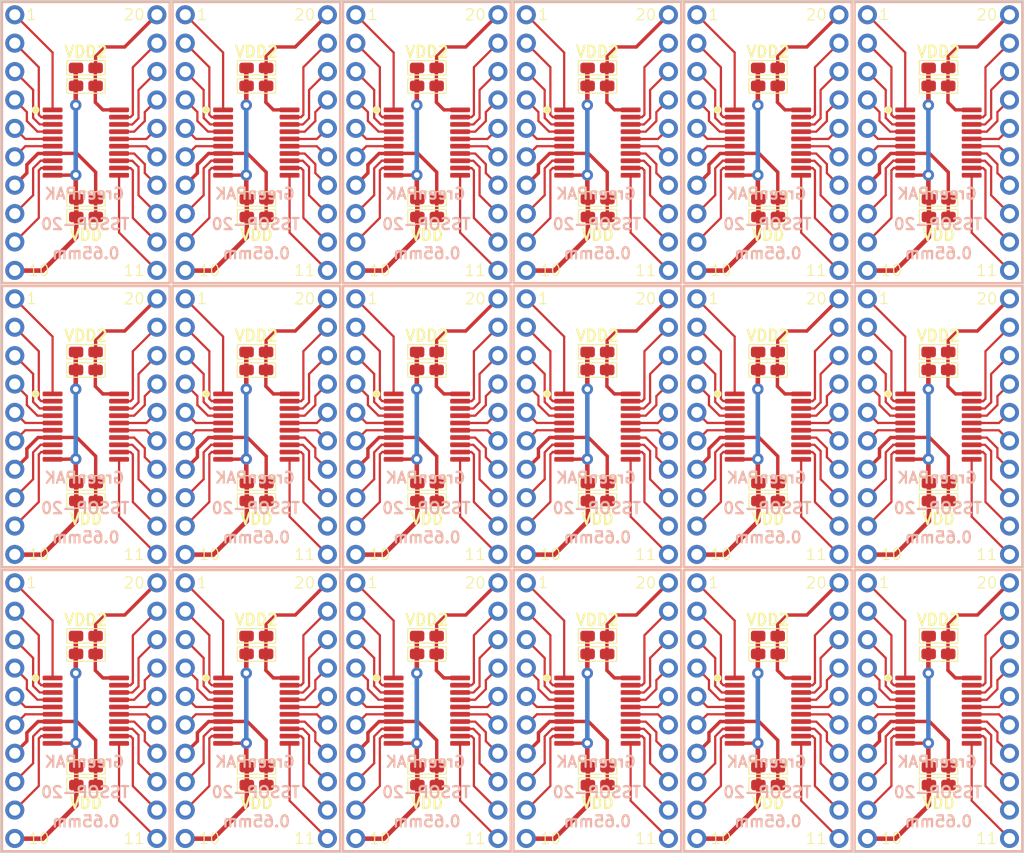
<source format=kicad_pcb>
(kicad_pcb (version 20221018) (generator pcbnew)
  (layers (0 "F.Cu" signal) (31 "B.Cu" signal) (34 "B.Paste" user) (35 "F.Paste" user) (36 "B.SilkS" user "B.Silkscreen") (37 "F.SilkS" user "F.Silkscreen") (38 "B.Mask" user) (39 "F.Mask" user) (44 "Edge.Cuts" user))
  (net 0 "")
  (footprint "smd_adapter:GREENPAK-SMD-ADAPTER-TSSOP-20" (layer "F.Cu") (at 156.845 62.865)
    (fp_text reference "REF**" hide)
    (fp_text value "GREENPAK-SMD-ADAPTER-TSSOP-20" hide)
  )
  (footprint "smd_adapter:GREENPAK-SMD-ADAPTER-TSSOP-20" (layer "F.Cu") (at 126.365 62.865)
    (fp_text reference "REF**" hide)
    (fp_text value "GREENPAK-SMD-ADAPTER-TSSOP-20" hide)
  )
  (footprint "smd_adapter:GREENPAK-SMD-ADAPTER-TSSOP-20" (layer "F.Cu") (at 111.125 88.265)
    (fp_text reference "REF**" hide)
    (fp_text value "GREENPAK-SMD-ADAPTER-TSSOP-20" hide)
  )
  (footprint "smd_adapter:GREENPAK-SMD-ADAPTER-TSSOP-20" (layer "F.Cu") (at 141.605 37.465)
    (fp_text reference "REF**" hide)
    (fp_text value "GREENPAK-SMD-ADAPTER-TSSOP-20" hide)
  )
  (footprint "smd_adapter:GREENPAK-SMD-ADAPTER-TSSOP-20" (layer "F.Cu") (at 126.365 88.265)
    (fp_text reference "REF**" hide)
    (fp_text value "GREENPAK-SMD-ADAPTER-TSSOP-20" hide)
  )
  (footprint "smd_adapter:GREENPAK-SMD-ADAPTER-TSSOP-20" (layer "F.Cu") (at 141.605 62.865)
    (fp_text reference "REF**" hide)
    (fp_text value "GREENPAK-SMD-ADAPTER-TSSOP-20" hide)
  )
  (footprint "smd_adapter:GREENPAK-SMD-ADAPTER-TSSOP-20" (layer "F.Cu") (at 126.365 37.465)
    (fp_text reference "REF**" hide)
    (fp_text value "GREENPAK-SMD-ADAPTER-TSSOP-20" hide)
  )
  (footprint "smd_adapter:GREENPAK-SMD-ADAPTER-TSSOP-20" (layer "F.Cu") (at 111.125 62.865)
    (fp_text reference "REF**" hide)
    (fp_text value "GREENPAK-SMD-ADAPTER-TSSOP-20" hide)
  )
  (footprint "smd_adapter:GREENPAK-SMD-ADAPTER-TSSOP-20" (layer "F.Cu") (at 95.885 37.465)
    (fp_text reference "REF**" hide)
    (fp_text value "GREENPAK-SMD-ADAPTER-TSSOP-20" hide)
  )
  (footprint "smd_adapter:GREENPAK-SMD-ADAPTER-TSSOP-20" (layer "F.Cu") (at 80.645 37.465)
    (fp_text reference "REF**" hide)
    (fp_text value "GREENPAK-SMD-ADAPTER-TSSOP-20" hide)
  )
  (footprint "smd_adapter:GREENPAK-SMD-ADAPTER-TSSOP-20" (layer "F.Cu") (at 111.125 37.465)
    (fp_text reference "REF**" hide)
    (fp_text value "GREENPAK-SMD-ADAPTER-TSSOP-20" hide)
  )
  (footprint "smd_adapter:GREENPAK-SMD-ADAPTER-TSSOP-20" (layer "F.Cu") (at 80.645 88.265)
    (fp_text reference "REF**" hide)
    (fp_text value "GREENPAK-SMD-ADAPTER-TSSOP-20" hide)
  )
  (footprint "smd_adapter:GREENPAK-SMD-ADAPTER-TSSOP-20" (layer "F.Cu") (at 95.885 88.265)
    (fp_text reference "REF**" hide)
    (fp_text value "GREENPAK-SMD-ADAPTER-TSSOP-20" hide)
  )
  (footprint "smd_adapter:GREENPAK-SMD-ADAPTER-TSSOP-20" (layer "F.Cu") (at 156.845 37.465)
    (fp_text reference "REF**" hide)
    (fp_text value "GREENPAK-SMD-ADAPTER-TSSOP-20" hide)
  )
  (footprint "smd_adapter:GREENPAK-SMD-ADAPTER-TSSOP-20" (layer "F.Cu") (at 156.845 88.265)
    (fp_text reference "REF**" hide)
    (fp_text value "GREENPAK-SMD-ADAPTER-TSSOP-20" hide)
  )
  (footprint "smd_adapter:GREENPAK-SMD-ADAPTER-TSSOP-20" (layer "F.Cu") (at 95.885 62.865)
    (fp_text reference "REF**" hide)
    (fp_text value "GREENPAK-SMD-ADAPTER-TSSOP-20" hide)
  )
  (footprint "smd_adapter:GREENPAK-SMD-ADAPTER-TSSOP-20" (layer "F.Cu") (at 80.645 62.865)
    (fp_text reference "REF**" hide)
    (fp_text value "GREENPAK-SMD-ADAPTER-TSSOP-20" hide)
  )
  (footprint "smd_adapter:GREENPAK-SMD-ADAPTER-TSSOP-20" (layer "F.Cu") (at 141.605 88.265)
    (fp_text reference "REF**" hide)
    (fp_text value "GREENPAK-SMD-ADAPTER-TSSOP-20" hide)
  )
  (gr_rect (start 73.025 24.765) (end 164.465 100.965) (stroke (width 0.1)) (fill none) (layer "Edge.Cuts"))
)
</source>
